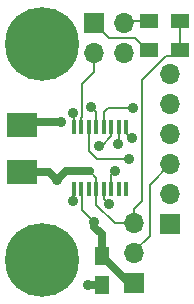
<source format=gtl>
G04 #@! TF.FileFunction,Copper,L1,Top,Signal*
%FSLAX46Y46*%
G04 Gerber Fmt 4.6, Leading zero omitted, Abs format (unit mm)*
G04 Created by KiCad (PCBNEW 4.0.5) date 07/09/17 22:51:53*
%MOMM*%
%LPD*%
G01*
G04 APERTURE LIST*
%ADD10C,0.150000*%
%ADD11C,6.250940*%
%ADD12R,2.500000X2.000000*%
%ADD13R,1.250000X1.500000*%
%ADD14R,1.700000X1.700000*%
%ADD15O,1.700000X1.700000*%
%ADD16R,1.500000X1.300000*%
%ADD17R,0.400000X1.200000*%
%ADD18C,0.889000*%
%ADD19C,0.635000*%
%ADD20C,0.203200*%
G04 APERTURE END LIST*
D10*
D11*
X152146000Y-92710000D03*
X152146000Y-110998000D03*
D12*
X150495000Y-103600000D03*
X150495000Y-99600000D03*
D13*
X157226000Y-110637000D03*
X157226000Y-113137000D03*
D14*
X160000000Y-113000000D03*
D15*
X160000000Y-110460000D03*
X160000000Y-107920000D03*
D14*
X156591000Y-90932000D03*
D15*
X156591000Y-93472000D03*
X159131000Y-90932000D03*
X159131000Y-93472000D03*
D14*
X163000000Y-108000000D03*
D15*
X163000000Y-105460000D03*
X163000000Y-102920000D03*
X163000000Y-100380000D03*
X163000000Y-97840000D03*
X163000000Y-95300000D03*
D16*
X163910000Y-93218000D03*
X161210000Y-93218000D03*
X163910000Y-90805000D03*
X161210000Y-90805000D03*
D17*
X159321500Y-99762000D03*
X158686500Y-99762000D03*
X158051500Y-99762000D03*
X157416500Y-99762000D03*
X156781500Y-99762000D03*
X156146500Y-99762000D03*
X155511500Y-99762000D03*
X154876500Y-99762000D03*
X154876500Y-104962000D03*
X155511500Y-104962000D03*
X156146500Y-104962000D03*
X156781500Y-104962000D03*
X157416500Y-104962000D03*
X158051500Y-104962000D03*
X158686500Y-104962000D03*
X159321500Y-104962000D03*
D18*
X156972000Y-101346000D03*
X156591000Y-107823000D03*
X153416000Y-104267000D03*
X159512000Y-102489000D03*
X154813000Y-106045000D03*
X154813000Y-98552000D03*
X158623000Y-101219000D03*
X159893000Y-98171000D03*
X158369000Y-103505000D03*
X159766000Y-100711000D03*
X156083000Y-113157000D03*
X153797000Y-99314000D03*
X156337000Y-98044000D03*
X157861000Y-106299000D03*
D19*
X156591000Y-107823000D02*
X156591000Y-108204000D01*
X157226000Y-108839000D02*
X157226000Y-110637000D01*
X156591000Y-108204000D02*
X157226000Y-108839000D01*
X160000000Y-113000000D02*
X159589000Y-113000000D01*
X159589000Y-113000000D02*
X157226000Y-110637000D01*
D20*
X158051500Y-100520500D02*
X157226000Y-101346000D01*
X157226000Y-101346000D02*
X156972000Y-101346000D01*
X158051500Y-99762000D02*
X158051500Y-100520500D01*
X155575000Y-106807000D02*
X155575000Y-105025500D01*
X156591000Y-107823000D02*
X155575000Y-106807000D01*
X155575000Y-105025500D02*
X155511500Y-104962000D01*
X159512000Y-112522000D02*
X159537400Y-112522000D01*
D19*
X153416000Y-104267000D02*
X154178000Y-103505000D01*
X154178000Y-103505000D02*
X156210000Y-103505000D01*
X150495000Y-103600000D02*
X152749000Y-103600000D01*
X152749000Y-103600000D02*
X153416000Y-104267000D01*
D20*
X156781500Y-104962000D02*
X156781500Y-106362500D01*
X158339000Y-107920000D02*
X160000000Y-107920000D01*
X156781500Y-106362500D02*
X158339000Y-107920000D01*
X156781500Y-104962000D02*
X156781500Y-104076500D01*
X156210000Y-103505000D02*
X154178000Y-103505000D01*
X156781500Y-104076500D02*
X156210000Y-103505000D01*
X153416000Y-104267000D02*
X152749000Y-103600000D01*
X160000000Y-107920000D02*
X160000000Y-106700000D01*
X162687000Y-93726000D02*
X160655000Y-95758000D01*
X160655000Y-95758000D02*
X160655000Y-106045000D01*
X163402000Y-93726000D02*
X162687000Y-93726000D01*
X160000000Y-106700000D02*
X160655000Y-106045000D01*
X163910000Y-90805000D02*
X163910000Y-93218000D01*
X163910000Y-93218000D02*
X163402000Y-93726000D01*
X156146500Y-99762000D02*
X156146500Y-101790500D01*
X156845000Y-102489000D02*
X159512000Y-102489000D01*
X156146500Y-101790500D02*
X156845000Y-102489000D01*
X154876500Y-105981500D02*
X154876500Y-104962000D01*
X154813000Y-106045000D02*
X154876500Y-105981500D01*
X154876500Y-98615500D02*
X154876500Y-99762000D01*
X154813000Y-98552000D02*
X154876500Y-98615500D01*
X161210000Y-93218000D02*
X161036000Y-93218000D01*
X161036000Y-93218000D02*
X160020000Y-92202000D01*
X160020000Y-92202000D02*
X157861000Y-92202000D01*
X157861000Y-92202000D02*
X156591000Y-90932000D01*
X161210000Y-90805000D02*
X159258000Y-90805000D01*
X159258000Y-90805000D02*
X159131000Y-90932000D01*
X158686500Y-101155500D02*
X158686500Y-99762000D01*
X158623000Y-101219000D02*
X158686500Y-101155500D01*
X157416500Y-99762000D02*
X157416500Y-98488500D01*
X157734000Y-98171000D02*
X159893000Y-98171000D01*
X157416500Y-98488500D02*
X157734000Y-98171000D01*
X158051500Y-104962000D02*
X158051500Y-103822500D01*
X158051500Y-103822500D02*
X158369000Y-103505000D01*
X159321500Y-99762000D02*
X159321500Y-100266500D01*
X159321500Y-100266500D02*
X159766000Y-100711000D01*
X155511500Y-99762000D02*
X155511500Y-98996500D01*
X156591000Y-95123000D02*
X156591000Y-93472000D01*
X155575000Y-96139000D02*
X156591000Y-95123000D01*
X155575000Y-98933000D02*
X155575000Y-96139000D01*
X155511500Y-98996500D02*
X155575000Y-98933000D01*
X160000000Y-110460000D02*
X160000000Y-110256000D01*
X160000000Y-110256000D02*
X161290000Y-108966000D01*
X161290000Y-108966000D02*
X161290000Y-104630000D01*
X161290000Y-104630000D02*
X163000000Y-102920000D01*
D19*
X157226000Y-113137000D02*
X156103000Y-113137000D01*
X156103000Y-113137000D02*
X156083000Y-113157000D01*
X150781000Y-99314000D02*
X153797000Y-99314000D01*
D20*
X152114000Y-99600000D02*
X150495000Y-99600000D01*
X152400000Y-99314000D02*
X153797000Y-99314000D01*
X152114000Y-99600000D02*
X152400000Y-99314000D01*
X156781500Y-99762000D02*
X156781500Y-98488500D01*
X156781500Y-98488500D02*
X156337000Y-98044000D01*
X157416500Y-104962000D02*
X157416500Y-105854500D01*
X157416500Y-105854500D02*
X157861000Y-106299000D01*
M02*

</source>
